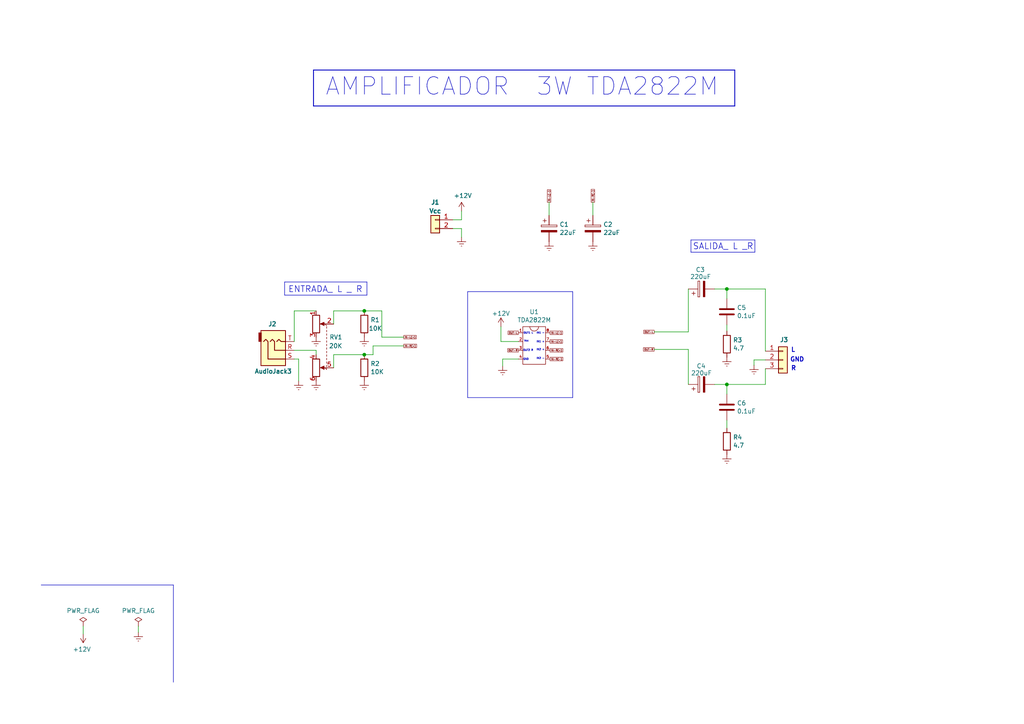
<source format=kicad_sch>
(kicad_sch (version 20230121) (generator eeschema)

  (uuid 9ee496e9-3022-4a35-bef4-2e667d9d0264)

  (paper "A4")

  (title_block
    (title "AMPLIFICADOR_3W_TDA2822")
    (date "2022")
    (rev "V1")
    (company "Gorka Gomendiourrutia")
  )

  (lib_symbols
    (symbol "Amplificador_3W_TDA2822-rescue:AudioJack3_Ground-Connector" (pin_names (offset 1.016)) (in_bom yes) (on_board yes)
      (property "Reference" "J" (at 0 8.89 0)
        (effects (font (size 1.27 1.27)))
      )
      (property "Value" "Connector:AudioJack3_Ground" (at 0 6.35 0)
        (effects (font (size 1.27 1.27)))
      )
      (property "Footprint" "" (at 0 0 0)
        (effects (font (size 1.27 1.27)) hide)
      )
      (property "Datasheet" "" (at 0 0 0)
        (effects (font (size 1.27 1.27)) hide)
      )
      (symbol "AudioJack3_Ground-Connector_0_1"
        (rectangle (start -4.445 -5.08) (end -5.207 -2.54)
          (stroke (width 0) (type solid))
          (fill (type outline))
        )
        (polyline
          (pts
            (xy 0 -2.54)
            (xy 0.635 -3.175)
            (xy 1.27 -2.54)
            (xy 2.54 -2.54)
          )
          (stroke (width 0.254) (type solid))
          (fill (type none))
        )
        (polyline
          (pts
            (xy -1.905 -2.54)
            (xy -1.27 -3.175)
            (xy -0.635 -2.54)
            (xy -0.635 0)
            (xy 2.54 0)
          )
          (stroke (width 0.254) (type solid))
          (fill (type none))
        )
        (polyline
          (pts
            (xy 2.54 2.54)
            (xy -2.54 2.54)
            (xy -2.54 -2.54)
            (xy -3.175 -3.175)
            (xy -3.81 -2.54)
          )
          (stroke (width 0.254) (type solid))
          (fill (type none))
        )
        (rectangle (start 2.54 -5.715) (end -4.572 4.445)
          (stroke (width 0.254) (type solid))
          (fill (type background))
        )
      )
      (symbol "AudioJack3_Ground-Connector_1_1"
        (pin passive line (at 5.08 0 180) (length 2.54)
          (name "~" (effects (font (size 1.27 1.27))))
          (number "R" (effects (font (size 1.27 1.27))))
        )
        (pin passive line (at 5.08 2.54 180) (length 2.54)
          (name "~" (effects (font (size 1.27 1.27))))
          (number "S" (effects (font (size 1.27 1.27))))
        )
        (pin passive line (at 5.08 -2.54 180) (length 2.54)
          (name "~" (effects (font (size 1.27 1.27))))
          (number "T" (effects (font (size 1.27 1.27))))
        )
      )
    )
    (symbol "Amplificador_3W_TDA2822-rescue:CP-Device" (pin_numbers hide) (pin_names (offset 0.254)) (in_bom yes) (on_board yes)
      (property "Reference" "C" (at 0.635 2.54 0)
        (effects (font (size 1.27 1.27)) (justify left))
      )
      (property "Value" "Device:CP" (at 0.635 -2.54 0)
        (effects (font (size 1.27 1.27)) (justify left))
      )
      (property "Footprint" "" (at 0.9652 -3.81 0)
        (effects (font (size 1.27 1.27)) hide)
      )
      (property "Datasheet" "" (at 0 0 0)
        (effects (font (size 1.27 1.27)) hide)
      )
      (property "ki_fp_filters" "CP_*" (at 0 0 0)
        (effects (font (size 1.27 1.27)) hide)
      )
      (symbol "CP-Device_0_1"
        (rectangle (start -2.286 0.508) (end -2.286 1.016)
          (stroke (width 0) (type solid))
          (fill (type none))
        )
        (rectangle (start -2.286 0.508) (end 2.286 0.508)
          (stroke (width 0) (type solid))
          (fill (type none))
        )
        (polyline
          (pts
            (xy -1.778 2.286)
            (xy -0.762 2.286)
          )
          (stroke (width 0) (type solid))
          (fill (type none))
        )
        (polyline
          (pts
            (xy -1.27 2.794)
            (xy -1.27 1.778)
          )
          (stroke (width 0) (type solid))
          (fill (type none))
        )
        (rectangle (start 2.286 -0.508) (end -2.286 -1.016)
          (stroke (width 0) (type solid))
          (fill (type outline))
        )
        (rectangle (start 2.286 1.016) (end -2.286 1.016)
          (stroke (width 0) (type solid))
          (fill (type none))
        )
        (rectangle (start 2.286 1.016) (end 2.286 0.508)
          (stroke (width 0) (type solid))
          (fill (type none))
        )
      )
      (symbol "CP-Device_1_1"
        (pin passive line (at 0 3.81 270) (length 2.794)
          (name "~" (effects (font (size 1.27 1.27))))
          (number "1" (effects (font (size 1.27 1.27))))
        )
        (pin passive line (at 0 -3.81 90) (length 2.794)
          (name "~" (effects (font (size 1.27 1.27))))
          (number "2" (effects (font (size 1.27 1.27))))
        )
      )
    )
    (symbol "Amplificador_3W_TDA2822-rescue:R_POT_Dual-Device" (pin_names (offset 1.016) hide) (in_bom yes) (on_board yes)
      (property "Reference" "RV" (at 0 3.81 0)
        (effects (font (size 1.27 1.27)))
      )
      (property "Value" "Device:R_POT_Dual" (at 0 1.905 0)
        (effects (font (size 1.27 1.27)))
      )
      (property "Footprint" "" (at 6.35 -1.905 0)
        (effects (font (size 1.27 1.27)) hide)
      )
      (property "Datasheet" "" (at 6.35 -1.905 0)
        (effects (font (size 1.27 1.27)) hide)
      )
      (property "ki_fp_filters" "Potentiometer*" (at 0 0 0)
        (effects (font (size 1.27 1.27)) hide)
      )
      (symbol "R_POT_Dual-Device_0_1"
        (rectangle (start -8.89 -1.524) (end -3.81 -3.556)
          (stroke (width 0.254) (type solid))
          (fill (type none))
        )
        (polyline
          (pts
            (xy -6.35 0)
            (xy -6.35 -1.016)
          )
          (stroke (width 0) (type solid))
          (fill (type none))
        )
        (polyline
          (pts
            (xy -6.35 0)
            (xy -6.35 -1.016)
          )
          (stroke (width 0) (type solid))
          (fill (type none))
        )
        (polyline
          (pts
            (xy -6.35 0)
            (xy -5.842 0.508)
          )
          (stroke (width 0) (type solid))
          (fill (type none))
        )
        (polyline
          (pts
            (xy -5.588 0.508)
            (xy -5.08 0.508)
          )
          (stroke (width 0) (type solid))
          (fill (type none))
        )
        (polyline
          (pts
            (xy -4.572 0.508)
            (xy -4.064 0.508)
          )
          (stroke (width 0) (type solid))
          (fill (type none))
        )
        (polyline
          (pts
            (xy -3.556 0.508)
            (xy -3.048 0.508)
          )
          (stroke (width 0) (type solid))
          (fill (type none))
        )
        (polyline
          (pts
            (xy -2.54 0.508)
            (xy -2.032 0.508)
          )
          (stroke (width 0) (type solid))
          (fill (type none))
        )
        (polyline
          (pts
            (xy -1.524 0.508)
            (xy -1.016 0.508)
          )
          (stroke (width 0) (type solid))
          (fill (type none))
        )
        (polyline
          (pts
            (xy -0.508 0.508)
            (xy 0 0.508)
          )
          (stroke (width 0) (type solid))
          (fill (type none))
        )
        (polyline
          (pts
            (xy 0.508 0.508)
            (xy 1.016 0.508)
          )
          (stroke (width 0) (type solid))
          (fill (type none))
        )
        (polyline
          (pts
            (xy 1.524 0.508)
            (xy 2.032 0.508)
          )
          (stroke (width 0) (type solid))
          (fill (type none))
        )
        (polyline
          (pts
            (xy 2.54 0.508)
            (xy 3.048 0.508)
          )
          (stroke (width 0) (type solid))
          (fill (type none))
        )
        (polyline
          (pts
            (xy 3.556 0.508)
            (xy 4.064 0.508)
          )
          (stroke (width 0) (type solid))
          (fill (type none))
        )
        (polyline
          (pts
            (xy 4.572 0.508)
            (xy 5.08 0.508)
          )
          (stroke (width 0) (type solid))
          (fill (type none))
        )
        (polyline
          (pts
            (xy 5.588 0.508)
            (xy 6.096 0.508)
          )
          (stroke (width 0) (type solid))
          (fill (type none))
        )
        (polyline
          (pts
            (xy 6.35 0)
            (xy 6.35 -1.016)
          )
          (stroke (width 0) (type solid))
          (fill (type none))
        )
        (polyline
          (pts
            (xy 6.35 0)
            (xy 6.35 -1.016)
          )
          (stroke (width 0) (type solid))
          (fill (type none))
        )
        (polyline
          (pts
            (xy -6.35 -1.397)
            (xy -6.858 -0.254)
            (xy -5.842 -0.254)
          )
          (stroke (width 0) (type solid))
          (fill (type outline))
        )
        (polyline
          (pts
            (xy -6.35 -1.397)
            (xy -6.858 -0.254)
            (xy -5.842 -0.254)
          )
          (stroke (width 0) (type solid))
          (fill (type outline))
        )
        (polyline
          (pts
            (xy 6.35 -1.397)
            (xy 5.842 -0.254)
            (xy 6.858 -0.254)
          )
          (stroke (width 0) (type solid))
          (fill (type outline))
        )
        (polyline
          (pts
            (xy 6.35 -1.397)
            (xy 5.842 -0.254)
            (xy 6.858 -0.254)
          )
          (stroke (width 0) (type solid))
          (fill (type outline))
        )
        (polyline
          (pts
            (xy 6.604 0.508)
            (xy 6.858 0.508)
            (xy 6.35 0)
          )
          (stroke (width 0) (type solid))
          (fill (type none))
        )
        (rectangle (start 3.81 -1.524) (end 8.89 -3.556)
          (stroke (width 0.254) (type solid))
          (fill (type none))
        )
      )
      (symbol "R_POT_Dual-Device_1_1"
        (pin passive line (at -10.16 -2.54 0) (length 1.27)
          (name "1" (effects (font (size 1.27 1.27))))
          (number "1" (effects (font (size 1.27 1.27))))
        )
        (pin passive line (at -6.35 2.54 270) (length 2.54)
          (name "2" (effects (font (size 1.27 1.27))))
          (number "2" (effects (font (size 1.27 1.27))))
        )
        (pin passive line (at -2.54 -2.54 180) (length 1.27)
          (name "3" (effects (font (size 1.27 1.27))))
          (number "3" (effects (font (size 1.27 1.27))))
        )
        (pin passive line (at 2.54 -2.54 0) (length 1.27)
          (name "4" (effects (font (size 1.27 1.27))))
          (number "4" (effects (font (size 1.27 1.27))))
        )
        (pin passive line (at 6.35 2.54 270) (length 2.54)
          (name "5" (effects (font (size 1.27 1.27))))
          (number "5" (effects (font (size 1.27 1.27))))
        )
        (pin passive line (at 10.16 -2.54 180) (length 1.27)
          (name "6" (effects (font (size 1.27 1.27))))
          (number "6" (effects (font (size 1.27 1.27))))
        )
      )
    )
    (symbol "Amplificador_3W_TDA2822-rescue:TDA2822M-Componentes_GG" (pin_names (offset 1.016)) (in_bom yes) (on_board yes)
      (property "Reference" "U" (at -12.7 1.27 0)
        (effects (font (size 1.27 1.27)))
      )
      (property "Value" "Componentes_GG:TDA2822M" (at -12.7 -1.27 0)
        (effects (font (size 1.27 1.27)))
      )
      (property "Footprint" "" (at -18.288 -3.81 0)
        (effects (font (size 1.27 1.27)) hide)
      )
      (property "Datasheet" "" (at -18.288 -3.81 0)
        (effects (font (size 1.27 1.27)) hide)
      )
      (symbol "TDA2822M-Componentes_GG_0_1"
        (arc (start -18.288 -8.382) (mid -17.0235 -7.112) (end -18.288 -5.842)
          (stroke (width 0) (type solid))
          (fill (type none))
        )
        (polyline
          (pts
            (xy -18.288 -3.81)
            (xy -7.366 -3.81)
            (xy -7.366 -10.414)
            (xy -18.288 -10.414)
            (xy -18.288 -3.81)
          )
          (stroke (width 0) (type solid))
          (fill (type none))
        )
      )
      (symbol "TDA2822M-Componentes_GG_1_1"
        (pin output line (at -16.51 -11.684 90) (length 1.27)
          (name "~" (effects (font (size 1.778 1.778))))
          (number "1" (effects (font (size 0.762 0.762))))
        )
        (pin power_in line (at -13.97 -11.684 90) (length 1.27)
          (name "~" (effects (font (size 1.778 1.778))))
          (number "2" (effects (font (size 0.762 0.762))))
        )
        (pin output line (at -11.43 -11.684 90) (length 1.27)
          (name "~" (effects (font (size 1.778 1.778))))
          (number "3" (effects (font (size 0.762 0.762))))
        )
        (pin power_in line (at -8.89 -11.684 90) (length 1.27)
          (name "~" (effects (font (size 1.778 1.778))))
          (number "4" (effects (font (size 0.762 0.762))))
        )
        (pin input line (at -8.89 -2.54 270) (length 1.27)
          (name "~" (effects (font (size 1.778 1.778))))
          (number "5" (effects (font (size 0.762 0.762))))
        )
        (pin input line (at -11.43 -2.54 270) (length 1.27)
          (name "~" (effects (font (size 1.778 1.778))))
          (number "6" (effects (font (size 0.762 0.762))))
        )
        (pin input line (at -13.97 -2.54 270) (length 1.27)
          (name "~" (effects (font (size 1.778 1.778))))
          (number "7" (effects (font (size 0.762 0.762))))
        )
        (pin input line (at -16.51 -2.54 270) (length 1.27)
          (name "~" (effects (font (size 1.778 1.778))))
          (number "8" (effects (font (size 0.762 0.762))))
        )
      )
    )
    (symbol "Connector_Generic:Conn_01x02" (pin_names (offset 1.016) hide) (in_bom yes) (on_board yes)
      (property "Reference" "J" (at 0 2.54 0)
        (effects (font (size 1.27 1.27)))
      )
      (property "Value" "Conn_01x02" (at 0 -5.08 0)
        (effects (font (size 1.27 1.27)))
      )
      (property "Footprint" "" (at 0 0 0)
        (effects (font (size 1.27 1.27)) hide)
      )
      (property "Datasheet" "~" (at 0 0 0)
        (effects (font (size 1.27 1.27)) hide)
      )
      (property "ki_keywords" "connector" (at 0 0 0)
        (effects (font (size 1.27 1.27)) hide)
      )
      (property "ki_description" "Generic connector, single row, 01x02, script generated (kicad-library-utils/schlib/autogen/connector/)" (at 0 0 0)
        (effects (font (size 1.27 1.27)) hide)
      )
      (property "ki_fp_filters" "Connector*:*_1x??_*" (at 0 0 0)
        (effects (font (size 1.27 1.27)) hide)
      )
      (symbol "Conn_01x02_1_1"
        (rectangle (start -1.27 -2.413) (end 0 -2.667)
          (stroke (width 0.1524) (type default))
          (fill (type none))
        )
        (rectangle (start -1.27 0.127) (end 0 -0.127)
          (stroke (width 0.1524) (type default))
          (fill (type none))
        )
        (rectangle (start -1.27 1.27) (end 1.27 -3.81)
          (stroke (width 0.254) (type default))
          (fill (type background))
        )
        (pin passive line (at -5.08 0 0) (length 3.81)
          (name "Pin_1" (effects (font (size 1.27 1.27))))
          (number "1" (effects (font (size 1.27 1.27))))
        )
        (pin passive line (at -5.08 -2.54 0) (length 3.81)
          (name "Pin_2" (effects (font (size 1.27 1.27))))
          (number "2" (effects (font (size 1.27 1.27))))
        )
      )
    )
    (symbol "Connector_Generic:Conn_01x03" (pin_names (offset 1.016) hide) (in_bom yes) (on_board yes)
      (property "Reference" "J" (at 0 5.08 0)
        (effects (font (size 1.27 1.27)))
      )
      (property "Value" "Conn_01x03" (at 0 -5.08 0)
        (effects (font (size 1.27 1.27)))
      )
      (property "Footprint" "" (at 0 0 0)
        (effects (font (size 1.27 1.27)) hide)
      )
      (property "Datasheet" "~" (at 0 0 0)
        (effects (font (size 1.27 1.27)) hide)
      )
      (property "ki_keywords" "connector" (at 0 0 0)
        (effects (font (size 1.27 1.27)) hide)
      )
      (property "ki_description" "Generic connector, single row, 01x03, script generated (kicad-library-utils/schlib/autogen/connector/)" (at 0 0 0)
        (effects (font (size 1.27 1.27)) hide)
      )
      (property "ki_fp_filters" "Connector*:*_1x??_*" (at 0 0 0)
        (effects (font (size 1.27 1.27)) hide)
      )
      (symbol "Conn_01x03_1_1"
        (rectangle (start -1.27 -2.413) (end 0 -2.667)
          (stroke (width 0.1524) (type default))
          (fill (type none))
        )
        (rectangle (start -1.27 0.127) (end 0 -0.127)
          (stroke (width 0.1524) (type default))
          (fill (type none))
        )
        (rectangle (start -1.27 2.667) (end 0 2.413)
          (stroke (width 0.1524) (type default))
          (fill (type none))
        )
        (rectangle (start -1.27 3.81) (end 1.27 -3.81)
          (stroke (width 0.254) (type default))
          (fill (type background))
        )
        (pin passive line (at -5.08 2.54 0) (length 3.81)
          (name "Pin_1" (effects (font (size 1.27 1.27))))
          (number "1" (effects (font (size 1.27 1.27))))
        )
        (pin passive line (at -5.08 0 0) (length 3.81)
          (name "Pin_2" (effects (font (size 1.27 1.27))))
          (number "2" (effects (font (size 1.27 1.27))))
        )
        (pin passive line (at -5.08 -2.54 0) (length 3.81)
          (name "Pin_3" (effects (font (size 1.27 1.27))))
          (number "3" (effects (font (size 1.27 1.27))))
        )
      )
    )
    (symbol "Device:C" (pin_numbers hide) (pin_names (offset 0.254)) (in_bom yes) (on_board yes)
      (property "Reference" "C" (at 0.635 2.54 0)
        (effects (font (size 1.27 1.27)) (justify left))
      )
      (property "Value" "C" (at 0.635 -2.54 0)
        (effects (font (size 1.27 1.27)) (justify left))
      )
      (property "Footprint" "" (at 0.9652 -3.81 0)
        (effects (font (size 1.27 1.27)) hide)
      )
      (property "Datasheet" "~" (at 0 0 0)
        (effects (font (size 1.27 1.27)) hide)
      )
      (property "ki_keywords" "cap capacitor" (at 0 0 0)
        (effects (font (size 1.27 1.27)) hide)
      )
      (property "ki_description" "Unpolarized capacitor" (at 0 0 0)
        (effects (font (size 1.27 1.27)) hide)
      )
      (property "ki_fp_filters" "C_*" (at 0 0 0)
        (effects (font (size 1.27 1.27)) hide)
      )
      (symbol "C_0_1"
        (polyline
          (pts
            (xy -2.032 -0.762)
            (xy 2.032 -0.762)
          )
          (stroke (width 0.508) (type default))
          (fill (type none))
        )
        (polyline
          (pts
            (xy -2.032 0.762)
            (xy 2.032 0.762)
          )
          (stroke (width 0.508) (type default))
          (fill (type none))
        )
      )
      (symbol "C_1_1"
        (pin passive line (at 0 3.81 270) (length 2.794)
          (name "~" (effects (font (size 1.27 1.27))))
          (number "1" (effects (font (size 1.27 1.27))))
        )
        (pin passive line (at 0 -3.81 90) (length 2.794)
          (name "~" (effects (font (size 1.27 1.27))))
          (number "2" (effects (font (size 1.27 1.27))))
        )
      )
    )
    (symbol "Device:R" (pin_numbers hide) (pin_names (offset 0)) (in_bom yes) (on_board yes)
      (property "Reference" "R" (at 2.032 0 90)
        (effects (font (size 1.27 1.27)))
      )
      (property "Value" "R" (at 0 0 90)
        (effects (font (size 1.27 1.27)))
      )
      (property "Footprint" "" (at -1.778 0 90)
        (effects (font (size 1.27 1.27)) hide)
      )
      (property "Datasheet" "~" (at 0 0 0)
        (effects (font (size 1.27 1.27)) hide)
      )
      (property "ki_keywords" "R res resistor" (at 0 0 0)
        (effects (font (size 1.27 1.27)) hide)
      )
      (property "ki_description" "Resistor" (at 0 0 0)
        (effects (font (size 1.27 1.27)) hide)
      )
      (property "ki_fp_filters" "R_*" (at 0 0 0)
        (effects (font (size 1.27 1.27)) hide)
      )
      (symbol "R_0_1"
        (rectangle (start -1.016 -2.54) (end 1.016 2.54)
          (stroke (width 0.254) (type default))
          (fill (type none))
        )
      )
      (symbol "R_1_1"
        (pin passive line (at 0 3.81 270) (length 1.27)
          (name "~" (effects (font (size 1.27 1.27))))
          (number "1" (effects (font (size 1.27 1.27))))
        )
        (pin passive line (at 0 -3.81 90) (length 1.27)
          (name "~" (effects (font (size 1.27 1.27))))
          (number "2" (effects (font (size 1.27 1.27))))
        )
      )
    )
    (symbol "power:+12V" (power) (pin_names (offset 0)) (in_bom yes) (on_board yes)
      (property "Reference" "#PWR" (at 0 -3.81 0)
        (effects (font (size 1.27 1.27)) hide)
      )
      (property "Value" "+12V" (at 0 3.556 0)
        (effects (font (size 1.27 1.27)))
      )
      (property "Footprint" "" (at 0 0 0)
        (effects (font (size 1.27 1.27)) hide)
      )
      (property "Datasheet" "" (at 0 0 0)
        (effects (font (size 1.27 1.27)) hide)
      )
      (property "ki_keywords" "global power" (at 0 0 0)
        (effects (font (size 1.27 1.27)) hide)
      )
      (property "ki_description" "Power symbol creates a global label with name \"+12V\"" (at 0 0 0)
        (effects (font (size 1.27 1.27)) hide)
      )
      (symbol "+12V_0_1"
        (polyline
          (pts
            (xy -0.762 1.27)
            (xy 0 2.54)
          )
          (stroke (width 0) (type default))
          (fill (type none))
        )
        (polyline
          (pts
            (xy 0 0)
            (xy 0 2.54)
          )
          (stroke (width 0) (type default))
          (fill (type none))
        )
        (polyline
          (pts
            (xy 0 2.54)
            (xy 0.762 1.27)
          )
          (stroke (width 0) (type default))
          (fill (type none))
        )
      )
      (symbol "+12V_1_1"
        (pin power_in line (at 0 0 90) (length 0) hide
          (name "+12V" (effects (font (size 1.27 1.27))))
          (number "1" (effects (font (size 1.27 1.27))))
        )
      )
    )
    (symbol "power:Earth" (power) (pin_names (offset 0)) (in_bom yes) (on_board yes)
      (property "Reference" "#PWR" (at 0 -6.35 0)
        (effects (font (size 1.27 1.27)) hide)
      )
      (property "Value" "Earth" (at 0 -3.81 0)
        (effects (font (size 1.27 1.27)) hide)
      )
      (property "Footprint" "" (at 0 0 0)
        (effects (font (size 1.27 1.27)) hide)
      )
      (property "Datasheet" "~" (at 0 0 0)
        (effects (font (size 1.27 1.27)) hide)
      )
      (property "ki_keywords" "global ground gnd" (at 0 0 0)
        (effects (font (size 1.27 1.27)) hide)
      )
      (property "ki_description" "Power symbol creates a global label with name \"Earth\"" (at 0 0 0)
        (effects (font (size 1.27 1.27)) hide)
      )
      (symbol "Earth_0_1"
        (polyline
          (pts
            (xy -0.635 -1.905)
            (xy 0.635 -1.905)
          )
          (stroke (width 0) (type default))
          (fill (type none))
        )
        (polyline
          (pts
            (xy -0.127 -2.54)
            (xy 0.127 -2.54)
          )
          (stroke (width 0) (type default))
          (fill (type none))
        )
        (polyline
          (pts
            (xy 0 -1.27)
            (xy 0 0)
          )
          (stroke (width 0) (type default))
          (fill (type none))
        )
        (polyline
          (pts
            (xy 1.27 -1.27)
            (xy -1.27 -1.27)
          )
          (stroke (width 0) (type default))
          (fill (type none))
        )
      )
      (symbol "Earth_1_1"
        (pin power_in line (at 0 0 270) (length 0) hide
          (name "Earth" (effects (font (size 1.27 1.27))))
          (number "1" (effects (font (size 1.27 1.27))))
        )
      )
    )
    (symbol "power:PWR_FLAG" (power) (pin_numbers hide) (pin_names (offset 0) hide) (in_bom yes) (on_board yes)
      (property "Reference" "#FLG" (at 0 1.905 0)
        (effects (font (size 1.27 1.27)) hide)
      )
      (property "Value" "PWR_FLAG" (at 0 3.81 0)
        (effects (font (size 1.27 1.27)))
      )
      (property "Footprint" "" (at 0 0 0)
        (effects (font (size 1.27 1.27)) hide)
      )
      (property "Datasheet" "~" (at 0 0 0)
        (effects (font (size 1.27 1.27)) hide)
      )
      (property "ki_keywords" "flag power" (at 0 0 0)
        (effects (font (size 1.27 1.27)) hide)
      )
      (property "ki_description" "Special symbol for telling ERC where power comes from" (at 0 0 0)
        (effects (font (size 1.27 1.27)) hide)
      )
      (symbol "PWR_FLAG_0_0"
        (pin power_out line (at 0 0 90) (length 0)
          (name "pwr" (effects (font (size 1.27 1.27))))
          (number "1" (effects (font (size 1.27 1.27))))
        )
      )
      (symbol "PWR_FLAG_0_1"
        (polyline
          (pts
            (xy 0 0)
            (xy 0 1.27)
            (xy -1.016 1.905)
            (xy 0 2.54)
            (xy 1.016 1.905)
            (xy 0 1.27)
          )
          (stroke (width 0) (type default))
          (fill (type none))
        )
      )
    )
  )

  (junction (at 105.664 102.87) (diameter 0) (color 0 0 0 0)
    (uuid 08ea6906-9e68-4ac9-937d-86576168624f)
  )
  (junction (at 210.82 111.506) (diameter 0) (color 0 0 0 0)
    (uuid 6336ab6c-15aa-48d1-b51a-82c82613a51d)
  )
  (junction (at 105.664 90.17) (diameter 0) (color 0 0 0 0)
    (uuid 7e6ba8b8-cc46-4cae-8510-9a4d1c498c70)
  )
  (junction (at 210.82 83.82) (diameter 0) (color 0 0 0 0)
    (uuid e432e2ff-e33a-4b14-bced-04b3fd62085b)
  )

  (wire (pts (xy 171.958 62.484) (xy 171.958 58.674))
    (stroke (width 0) (type default))
    (uuid 032872f7-013f-40bf-99e7-8c3b20f16335)
  )
  (polyline (pts (xy 50.292 169.672) (xy 50.292 197.866))
    (stroke (width 0) (type default))
    (uuid 05f4ad43-5b72-42e9-ae7e-51a4437cd566)
  )

  (wire (pts (xy 131.318 63.754) (xy 133.858 63.754))
    (stroke (width 0) (type default))
    (uuid 0a2ee0b8-dbb1-4947-b25b-d1ec2401ebd3)
  )
  (polyline (pts (xy 213.106 20.32) (xy 90.932 20.32))
    (stroke (width 0.254) (type solid))
    (uuid 0d79e37e-e885-4ffb-9391-3131150e7507)
  )
  (polyline (pts (xy 90.932 30.734) (xy 213.106 30.734))
    (stroke (width 0.254) (type solid))
    (uuid 193c90e2-d713-4d31-ac73-bc628148498a)
  )

  (wire (pts (xy 105.664 90.17) (xy 110.744 90.17))
    (stroke (width 0) (type default))
    (uuid 1a88b334-d184-41d6-adb8-c66d43154da7)
  )
  (polyline (pts (xy 218.948 69.596) (xy 218.948 73.152))
    (stroke (width 0) (type default))
    (uuid 3252715c-be2e-4f2e-8ba8-455cedccf9fb)
  )

  (wire (pts (xy 210.82 94.234) (xy 210.82 96.012))
    (stroke (width 0) (type default))
    (uuid 32d78cd8-bf7d-44a0-afd7-764a41bea977)
  )
  (polyline (pts (xy 106.426 85.598) (xy 82.55 85.598))
    (stroke (width 0) (type default))
    (uuid 3441db48-a6b7-4fa9-85d4-746f3f8f3a4d)
  )

  (wire (pts (xy 110.744 90.17) (xy 110.744 97.79))
    (stroke (width 0) (type default))
    (uuid 406f1dca-5607-4ee9-b84d-fc7236c475b1)
  )
  (wire (pts (xy 210.82 83.82) (xy 210.82 86.614))
    (stroke (width 0) (type default))
    (uuid 40afa88b-4fe5-4b1e-90d2-72af16c3ef39)
  )
  (wire (pts (xy 189.738 101.346) (xy 199.644 101.346))
    (stroke (width 0) (type default))
    (uuid 4fd254e8-9f43-4510-ba8f-98b4b11b5622)
  )
  (wire (pts (xy 96.774 102.87) (xy 105.664 102.87))
    (stroke (width 0) (type default))
    (uuid 532befa8-50af-45fa-bd3f-8fd73eb978cd)
  )
  (wire (pts (xy 221.996 111.506) (xy 221.996 106.934))
    (stroke (width 0) (type default))
    (uuid 5827007c-707e-47af-9e62-00289d861227)
  )
  (wire (pts (xy 199.644 101.346) (xy 199.644 111.506))
    (stroke (width 0) (type default))
    (uuid 5830765d-1016-41e0-a639-3d52091f0691)
  )
  (wire (pts (xy 210.82 111.506) (xy 221.996 111.506))
    (stroke (width 0) (type default))
    (uuid 5f84ae2e-3ee5-4ef9-980b-5dc80fd75246)
  )
  (wire (pts (xy 207.264 111.506) (xy 210.82 111.506))
    (stroke (width 0) (type default))
    (uuid 606c224d-0446-4cdd-bef3-531e72ab29f1)
  )
  (wire (pts (xy 207.264 83.82) (xy 210.82 83.82))
    (stroke (width 0) (type default))
    (uuid 6186440e-1f53-4ee1-9963-af62881a4c34)
  )
  (wire (pts (xy 199.644 96.266) (xy 199.644 83.82))
    (stroke (width 0) (type default))
    (uuid 63b98085-e843-4a12-9a6d-3a05e5975f12)
  )
  (wire (pts (xy 133.858 66.294) (xy 133.858 68.834))
    (stroke (width 0) (type default))
    (uuid 69f1e1e5-3f03-4088-a783-e95783f5d57e)
  )
  (wire (pts (xy 108.204 100.33) (xy 117.094 100.33))
    (stroke (width 0) (type default))
    (uuid 6a20627c-e486-4961-b890-a3357281c343)
  )
  (wire (pts (xy 189.738 96.266) (xy 199.644 96.266))
    (stroke (width 0) (type default))
    (uuid 6f6c9d37-0925-4639-830b-e24fb93babc9)
  )
  (wire (pts (xy 85.344 101.6) (xy 91.694 101.6))
    (stroke (width 0) (type default))
    (uuid 7bd4c9e8-91c5-4f33-a8b4-e8d3611dddb7)
  )
  (wire (pts (xy 145.796 104.14) (xy 150.368 104.14))
    (stroke (width 0) (type default))
    (uuid 7d03ecda-11bd-4159-bbd3-55d41108e636)
  )
  (polyline (pts (xy 200.406 73.152) (xy 200.406 69.596))
    (stroke (width 0) (type default))
    (uuid 80a38b6f-2d62-4f79-961c-a982ad56b6a5)
  )

  (wire (pts (xy 210.82 83.82) (xy 221.996 83.82))
    (stroke (width 0) (type default))
    (uuid 81ccca5d-e6c4-4f5f-82e2-72e439ce7724)
  )
  (wire (pts (xy 221.996 83.82) (xy 221.996 101.854))
    (stroke (width 0) (type default))
    (uuid 8d320199-5c71-4762-8bb4-81e5a7c1182b)
  )
  (wire (pts (xy 108.204 102.87) (xy 108.204 100.33))
    (stroke (width 0) (type default))
    (uuid 8f79362e-ce01-4aad-8771-0bfe9f5860c4)
  )
  (wire (pts (xy 145.288 99.06) (xy 150.368 99.06))
    (stroke (width 0) (type default))
    (uuid 96f8d0dc-269f-489b-a39a-1a424d777f58)
  )
  (wire (pts (xy 91.694 101.6) (xy 91.694 102.87))
    (stroke (width 0) (type default))
    (uuid 974f1b1c-3091-45f9-89d1-6f67a8ebc3cf)
  )
  (wire (pts (xy 221.996 104.394) (xy 218.694 104.394))
    (stroke (width 0) (type default))
    (uuid 9792474e-f329-4518-bbcd-25223a65ae93)
  )
  (wire (pts (xy 210.82 121.92) (xy 210.82 124.206))
    (stroke (width 0) (type default))
    (uuid 9b1a1d6b-5b3a-42fc-b9a4-6f13a7975b18)
  )
  (wire (pts (xy 145.288 94.742) (xy 145.288 99.06))
    (stroke (width 0) (type default))
    (uuid 9df1e908-3c7f-472d-95e1-428d7e01ca87)
  )
  (wire (pts (xy 96.774 90.17) (xy 105.664 90.17))
    (stroke (width 0) (type default))
    (uuid 9edace1b-1b0a-4781-9381-434fe49c7c99)
  )
  (wire (pts (xy 210.82 111.506) (xy 210.82 114.3))
    (stroke (width 0) (type default))
    (uuid 9fe39512-a000-41d6-b202-3915d59f474f)
  )
  (polyline (pts (xy 11.938 169.672) (xy 50.292 169.672))
    (stroke (width 0) (type default))
    (uuid a823e213-9be2-4612-a2aa-280892c9a1eb)
  )
  (polyline (pts (xy 135.636 115.316) (xy 166.116 115.316))
    (stroke (width 0) (type default))
    (uuid a9d0a13a-b6a2-4b74-83c3-e2a4329febfe)
  )

  (wire (pts (xy 110.744 97.79) (xy 117.094 97.79))
    (stroke (width 0) (type default))
    (uuid ab4ce0f3-0570-49f4-8075-69804e07218d)
  )
  (wire (pts (xy 40.132 181.61) (xy 40.132 183.388))
    (stroke (width 0) (type default))
    (uuid b19bd555-2031-4130-b933-71cf4ac045cc)
  )
  (polyline (pts (xy 166.116 115.316) (xy 166.116 84.582))
    (stroke (width 0) (type default))
    (uuid b2d8a676-1127-4b8f-888d-ac2e81824235)
  )

  (wire (pts (xy 24.13 181.61) (xy 24.13 183.896))
    (stroke (width 0) (type default))
    (uuid b407cae7-a228-474f-bf8e-a795e66ec6a8)
  )
  (wire (pts (xy 85.344 104.14) (xy 86.614 104.14))
    (stroke (width 0) (type default))
    (uuid b6243b36-73cd-428b-a051-cb3f10dcab02)
  )
  (polyline (pts (xy 90.932 20.32) (xy 90.932 30.734))
    (stroke (width 0.254) (type solid))
    (uuid b6602c75-7092-47b5-9d32-757e9c27665e)
  )

  (wire (pts (xy 131.318 66.294) (xy 133.858 66.294))
    (stroke (width 0) (type default))
    (uuid b8b56729-054c-432b-8e55-ab7d5e35fd04)
  )
  (wire (pts (xy 85.344 99.06) (xy 85.344 90.17))
    (stroke (width 0) (type default))
    (uuid c6321e05-2042-42e5-8490-2d8c40abacaa)
  )
  (wire (pts (xy 86.614 104.14) (xy 86.614 110.49))
    (stroke (width 0) (type default))
    (uuid c76b2d65-5647-42d8-8608-85224558e328)
  )
  (polyline (pts (xy 82.55 81.788) (xy 106.426 81.788))
    (stroke (width 0) (type default))
    (uuid cbf2b3e5-bef2-4a0a-856e-bfa9069526eb)
  )

  (wire (pts (xy 85.344 90.17) (xy 91.694 90.17))
    (stroke (width 0) (type default))
    (uuid ccb7d913-8bc5-48b6-944e-ac88a26a29df)
  )
  (polyline (pts (xy 135.636 115.316) (xy 135.636 84.582))
    (stroke (width 0) (type default))
    (uuid dff98c44-4a54-46dd-a8e6-e94a87beebce)
  )

  (wire (pts (xy 96.774 106.68) (xy 96.774 102.87))
    (stroke (width 0) (type default))
    (uuid e43ca334-9865-4057-9418-09dbcdb81a54)
  )
  (polyline (pts (xy 218.948 73.152) (xy 200.406 73.152))
    (stroke (width 0) (type default))
    (uuid e9f3cfcd-6a83-425d-ae94-0724c5e9469c)
  )

  (wire (pts (xy 145.796 106.172) (xy 145.796 104.14))
    (stroke (width 0) (type default))
    (uuid ec4bc628-0eb1-4071-a2d5-5faf843c1ad1)
  )
  (polyline (pts (xy 166.116 84.582) (xy 135.636 84.582))
    (stroke (width 0) (type default))
    (uuid eccf675a-9c67-4fc0-a972-0b5194b9ec6c)
  )

  (wire (pts (xy 96.774 93.98) (xy 96.774 90.17))
    (stroke (width 0) (type default))
    (uuid f24843fc-1954-4203-a58a-6b426e731e7d)
  )
  (wire (pts (xy 159.258 62.484) (xy 159.258 58.674))
    (stroke (width 0) (type default))
    (uuid f4e0f786-17d2-4ac4-91d5-10b9d0759291)
  )
  (polyline (pts (xy 82.55 85.598) (xy 82.55 81.788))
    (stroke (width 0) (type default))
    (uuid f78a9ba1-1f17-458c-bfbc-ba614e07b754)
  )
  (polyline (pts (xy 106.426 81.788) (xy 106.426 85.598))
    (stroke (width 0) (type default))
    (uuid f81aeef2-c8a9-4add-85e5-c0ab832d2a68)
  )

  (wire (pts (xy 105.664 102.87) (xy 108.204 102.87))
    (stroke (width 0) (type default))
    (uuid f8a938c5-d0bd-4b5a-8145-106bccc6e8c9)
  )
  (wire (pts (xy 133.858 63.754) (xy 133.858 61.214))
    (stroke (width 0) (type default))
    (uuid fa59cc06-3ac9-464c-9065-0c7319c72475)
  )
  (polyline (pts (xy 213.106 30.734) (xy 213.106 20.32))
    (stroke (width 0.254) (type solid))
    (uuid fb916cd6-a853-4e2b-9e2a-a9ba748e179c)
  )

  (wire (pts (xy 218.694 104.394) (xy 218.694 105.918))
    (stroke (width 0) (type default))
    (uuid fc52a8bf-f9b0-4a55-9855-ccafd31b9506)
  )
  (polyline (pts (xy 200.406 69.596) (xy 218.948 69.596))
    (stroke (width 0) (type default))
    (uuid fe36c9d9-7ee9-4e4c-984b-a7f8b917190a)
  )

  (text "OUT1 L" (at 154.686 97.028 0)
    (effects (font (size 0.508 0.508)) (justify right bottom))
    (uuid 0a7a17dc-ed36-48c9-b761-ded638a194e4)
  )
  (text "IN1 -" (at 157.988 97.028 0)
    (effects (font (size 0.508 0.508)) (justify right bottom))
    (uuid 211bb5bb-d9b9-4078-81ee-1a90be6108e6)
  )
  (text "Vcc\n" (at 153.416 99.314 0)
    (effects (font (size 0.508 0.508)) (justify right bottom))
    (uuid 284ed0a8-7d62-479b-ad37-aca3a0865909)
  )
  (text "GND" (at 153.416 104.648 0)
    (effects (font (size 0.508 0.508)) (justify right bottom))
    (uuid 54e1bd09-162d-43aa-80c0-4ba67a8dab4f)
  )
  (text "ENTRADA_ L _ R" (at 83.566 85.09 0)
    (effects (font (size 1.778 1.778)) (justify left bottom))
    (uuid 775de2e4-a63e-4896-90fe-b19e2771ed13)
  )
  (text "IN2 -" (at 157.988 104.394 0)
    (effects (font (size 0.508 0.508)) (justify right bottom))
    (uuid 82eccc1a-2b42-4809-b5bd-d2f20d7e1ff4)
  )
  (text "AMPLIFICADOR  3W TDA2822M" (at 94.234 28.194 0)
    (effects (font (size 5.08 5.08)) (justify left bottom))
    (uuid 8967b78f-834f-4997-b557-5dc9a82e7609)
  )
  (text "R" (at 229.362 107.696 0)
    (effects (font (size 1.27 1.27) (thickness 0.254) bold) (justify left bottom))
    (uuid 94dd135d-94ec-4cff-8599-d12e344eebd2)
  )
  (text "SALIDA_ L _R" (at 200.914 72.644 0)
    (effects (font (size 1.778 1.778)) (justify left bottom))
    (uuid aea468e6-9f13-48dd-917b-43204a54d50a)
  )
  (text "L" (at 229.362 102.362 0)
    (effects (font (size 1.27 1.27) (thickness 0.254) bold) (justify left bottom))
    (uuid b0b6c91c-fe00-4b35-aa19-bf1c9ac6ecf5)
  )
  (text "IN2 +" (at 157.988 101.854 0)
    (effects (font (size 0.508 0.508)) (justify right bottom))
    (uuid d3d98b9d-ed31-4712-8907-3ffb79d946ea)
  )
  (text "OUT2 R\n\n" (at 154.686 102.87 0)
    (effects (font (size 0.508 0.508)) (justify right bottom))
    (uuid d5e1d14f-d92b-452b-bc63-901e19d354b5)
  )
  (text "IN1 +" (at 157.988 99.568 0)
    (effects (font (size 0.508 0.508)) (justify right bottom))
    (uuid f7d4b810-944a-4548-a112-79c9b589cbad)
  )
  (text "GND" (at 229.108 105.156 0)
    (effects (font (size 1.27 1.27) (thickness 0.254) bold) (justify left bottom))
    (uuid fd5b403c-cb86-4f3f-9389-7e900b57b5ba)
  )

  (global_label "IN-L(-)" (shape passive) (at 159.512 96.52 0)
    (effects (font (size 0.508 0.508)) (justify left))
    (uuid 08ef664d-083c-41ac-9eeb-05aaa6d9af47)
    (property "Intersheetrefs" "${INTERSHEET_REFS}" (at 159.512 96.52 0)
      (effects (font (size 1.27 1.27)) hide)
    )
  )
  (global_label "OUT-L" (shape passive) (at 150.368 96.52 180)
    (effects (font (size 0.508 0.508)) (justify right))
    (uuid 162a6e9e-d2b0-47ce-bb8a-dcc9606ab3d1)
    (property "Intersheetrefs" "${INTERSHEET_REFS}" (at 150.368 96.52 0)
      (effects (font (size 1.27 1.27)) hide)
    )
  )
  (global_label "IN-R(+)" (shape passive) (at 117.094 100.33 0)
    (effects (font (size 0.508 0.508)) (justify left))
    (uuid 2f7df6d2-1ac9-4934-86e0-1ad98a352264)
    (property "Intersheetrefs" "${INTERSHEET_REFS}" (at 117.094 100.33 0)
      (effects (font (size 1.27 1.27)) hide)
    )
  )
  (global_label "OUT-R" (shape passive) (at 189.738 101.346 180)
    (effects (font (size 0.508 0.508)) (justify right))
    (uuid 30cf7760-5471-4f05-834d-21b35e931e60)
    (property "Intersheetrefs" "${INTERSHEET_REFS}" (at 189.738 101.346 0)
      (effects (font (size 1.27 1.27)) hide)
    )
  )
  (global_label "IN-L(+)" (shape passive) (at 117.094 97.79 0)
    (effects (font (size 0.508 0.508)) (justify left))
    (uuid 598b71fb-02fe-49fb-9132-6528fe4926d3)
    (property "Intersheetrefs" "${INTERSHEET_REFS}" (at 117.094 97.79 0)
      (effects (font (size 1.27 1.27)) hide)
    )
  )
  (global_label "IN-R(-)" (shape passive) (at 159.512 104.14 0)
    (effects (font (size 0.508 0.508)) (justify left))
    (uuid 60e53b6a-b70b-4424-9319-0ac86cc1620b)
    (property "Intersheetrefs" "${INTERSHEET_REFS}" (at 159.512 104.14 0)
      (effects (font (size 1.27 1.27)) hide)
    )
  )
  (global_label "OUT-R" (shape passive) (at 150.368 101.6 180)
    (effects (font (size 0.508 0.508)) (justify right))
    (uuid 84376126-982b-4991-9fa7-84af12a26bb2)
    (property "Intersheetrefs" "${INTERSHEET_REFS}" (at 150.368 101.6 0)
      (effects (font (size 1.27 1.27)) hide)
    )
  )
  (global_label "IN-R(+)" (shape passive) (at 159.512 101.6 0)
    (effects (font (size 0.508 0.508)) (justify left))
    (uuid a63cdcd1-2c2a-4bfb-b1e0-533971786dfb)
    (property "Intersheetrefs" "${INTERSHEET_REFS}" (at 159.512 101.6 0)
      (effects (font (size 1.27 1.27)) hide)
    )
  )
  (global_label "IN-R(-)" (shape passive) (at 171.958 58.674 90)
    (effects (font (size 0.508 0.508)) (justify left))
    (uuid b1e4cd4c-08b8-4bc9-8e42-f22665b86abd)
    (property "Intersheetrefs" "${INTERSHEET_REFS}" (at 171.958 58.674 0)
      (effects (font (size 1.27 1.27)) hide)
    )
  )
  (global_label "OUT-L" (shape passive) (at 189.738 96.266 180)
    (effects (font (size 0.508 0.508)) (justify right))
    (uuid d269ebe1-f5fd-40e9-8ed0-63e6bdff2929)
    (property "Intersheetrefs" "${INTERSHEET_REFS}" (at 189.738 96.266 0)
      (effects (font (size 1.27 1.27)) hide)
    )
  )
  (global_label "IN-L(-)" (shape passive) (at 159.258 58.674 90)
    (effects (font (size 0.508 0.508)) (justify left))
    (uuid e3fc936e-5164-4ded-a87a-cfc095afd46a)
    (property "Intersheetrefs" "${INTERSHEET_REFS}" (at 159.258 58.674 0)
      (effects (font (size 1.27 1.27)) hide)
    )
  )
  (global_label "IN-L(+)" (shape passive) (at 159.512 99.06 0)
    (effects (font (size 0.508 0.508)) (justify left))
    (uuid fc6b298e-8b71-4b50-98df-ddf1d815f8b4)
    (property "Intersheetrefs" "${INTERSHEET_REFS}" (at 159.512 99.06 0)
      (effects (font (size 1.27 1.27)) hide)
    )
  )

  (symbol (lib_id "Amplificador_3W_TDA2822-rescue:R_POT_Dual-Device") (at 94.234 100.33 270) (unit 1)
    (in_bom yes) (on_board yes) (dnp no)
    (uuid 00000000-0000-0000-0000-00005bbf21a5)
    (property "Reference" "RV1" (at 99.314 97.79 90)
      (effects (font (size 1.27 1.27)) (justify right))
    )
    (property "Value" "20K" (at 99.314 100.33 90)
      (effects (font (size 1.27 1.27)) (justify right))
    )
    (property "Footprint" "AA_Librerias_KiCad_Footprints:Potenciometro_dual_10mm_P5mm" (at 92.329 106.68 0)
      (effects (font (size 1.27 1.27)) hide)
    )
    (property "Datasheet" "~" (at 92.329 106.68 0)
      (effects (font (size 1.27 1.27)) hide)
    )
    (pin "3" (uuid 05ce61c9-d94e-488f-9486-8fcb6c380b50))
    (pin "2" (uuid 2ba5a9f0-2de0-4dab-8fce-ae4c658c954e))
    (pin "6" (uuid 577acffa-308e-4b33-a21c-9ea35c6032f9))
    (pin "4" (uuid abea71aa-3a22-49bd-afb8-145506b6b276))
    (pin "5" (uuid 2e1cc68e-c07c-48ac-9013-5c17d0efd150))
    (pin "1" (uuid de0dfaed-1fff-46d5-92a8-f54730845a42))
    (instances
      (project "Amplificador_3W_TDA2822"
        (path "/9ee496e9-3022-4a35-bef4-2e667d9d0264"
          (reference "RV1") (unit 1)
        )
      )
    )
  )

  (symbol (lib_id "Device:R") (at 105.664 93.98 0) (unit 1)
    (in_bom yes) (on_board yes) (dnp no)
    (uuid 00000000-0000-0000-0000-00005bbf22d8)
    (property "Reference" "R1" (at 107.442 92.7862 0)
      (effects (font (size 1.27 1.27)) (justify left))
    )
    (property "Value" "10K" (at 106.934 95.25 0)
      (effects (font (size 1.27 1.27)) (justify left))
    )
    (property "Footprint" "Resistors_THT:R_Axial_DIN0204_L3.6mm_D1.6mm_P5.08mm_Horizontal" (at 103.886 93.98 90)
      (effects (font (size 1.27 1.27)) hide)
    )
    (property "Datasheet" "~" (at 105.664 93.98 0)
      (effects (font (size 1.27 1.27)) hide)
    )
    (pin "1" (uuid 57701213-7866-44df-a838-29c5eaafceb4))
    (pin "2" (uuid 188aa6a9-3ea6-4635-b284-fd4fe3bca721))
    (instances
      (project "Amplificador_3W_TDA2822"
        (path "/9ee496e9-3022-4a35-bef4-2e667d9d0264"
          (reference "R1") (unit 1)
        )
      )
    )
  )

  (symbol (lib_id "Device:R") (at 105.664 106.68 0) (unit 1)
    (in_bom yes) (on_board yes) (dnp no)
    (uuid 00000000-0000-0000-0000-00005bbf237e)
    (property "Reference" "R2" (at 107.442 105.4862 0)
      (effects (font (size 1.27 1.27)) (justify left))
    )
    (property "Value" "10K" (at 107.442 107.8484 0)
      (effects (font (size 1.27 1.27)) (justify left))
    )
    (property "Footprint" "Resistors_THT:R_Axial_DIN0204_L3.6mm_D1.6mm_P5.08mm_Horizontal" (at 103.886 106.68 90)
      (effects (font (size 1.27 1.27)) hide)
    )
    (property "Datasheet" "~" (at 105.664 106.68 0)
      (effects (font (size 1.27 1.27)) hide)
    )
    (pin "1" (uuid 3111e816-a6eb-4f4e-b67b-0096abab63d2))
    (pin "2" (uuid 4ab290ca-e248-448b-87a7-b5e1de75e0dd))
    (instances
      (project "Amplificador_3W_TDA2822"
        (path "/9ee496e9-3022-4a35-bef4-2e667d9d0264"
          (reference "R2") (unit 1)
        )
      )
    )
  )

  (symbol (lib_id "Device:R") (at 210.82 99.822 0) (unit 1)
    (in_bom yes) (on_board yes) (dnp no)
    (uuid 00000000-0000-0000-0000-00005bbf23da)
    (property "Reference" "R3" (at 212.598 98.6282 0)
      (effects (font (size 1.27 1.27)) (justify left))
    )
    (property "Value" "4.7" (at 212.598 100.9904 0)
      (effects (font (size 1.27 1.27)) (justify left))
    )
    (property "Footprint" "Resistors_THT:R_Axial_DIN0309_L9.0mm_D3.2mm_P12.70mm_Horizontal" (at 209.042 99.822 90)
      (effects (font (size 1.27 1.27)) hide)
    )
    (property "Datasheet" "~" (at 210.82 99.822 0)
      (effects (font (size 1.27 1.27)) hide)
    )
    (pin "2" (uuid d685cdee-976b-4f1c-8d59-a73a4cb7334a))
    (pin "1" (uuid 0a83e251-2056-49ba-9faa-bea1e332dd7f))
    (instances
      (project "Amplificador_3W_TDA2822"
        (path "/9ee496e9-3022-4a35-bef4-2e667d9d0264"
          (reference "R3") (unit 1)
        )
      )
    )
  )

  (symbol (lib_id "Device:R") (at 210.82 128.016 0) (unit 1)
    (in_bom yes) (on_board yes) (dnp no)
    (uuid 00000000-0000-0000-0000-00005bbf2426)
    (property "Reference" "R4" (at 212.598 126.8222 0)
      (effects (font (size 1.27 1.27)) (justify left))
    )
    (property "Value" "4.7" (at 212.598 129.1844 0)
      (effects (font (size 1.27 1.27)) (justify left))
    )
    (property "Footprint" "Resistors_THT:R_Axial_DIN0309_L9.0mm_D3.2mm_P12.70mm_Horizontal" (at 209.042 128.016 90)
      (effects (font (size 1.27 1.27)) hide)
    )
    (property "Datasheet" "~" (at 210.82 128.016 0)
      (effects (font (size 1.27 1.27)) hide)
    )
    (pin "1" (uuid 42b38701-ccbb-4f99-b4c4-66e034c16aa2))
    (pin "2" (uuid 29319d08-3174-47de-a7b6-7f7a0e1f5090))
    (instances
      (project "Amplificador_3W_TDA2822"
        (path "/9ee496e9-3022-4a35-bef4-2e667d9d0264"
          (reference "R4") (unit 1)
        )
      )
    )
  )

  (symbol (lib_id "Amplificador_3W_TDA2822-rescue:CP-Device") (at 159.258 66.294 0) (unit 1)
    (in_bom yes) (on_board yes) (dnp no)
    (uuid 00000000-0000-0000-0000-00005bbf24c5)
    (property "Reference" "C1" (at 162.2806 65.1002 0)
      (effects (font (size 1.27 1.27)) (justify left))
    )
    (property "Value" "22uF" (at 162.2806 67.4624 0)
      (effects (font (size 1.27 1.27)) (justify left))
    )
    (property "Footprint" "Capacitors_THT:CP_Radial_D6.3mm_P2.50mm" (at 160.2232 70.104 0)
      (effects (font (size 1.27 1.27)) hide)
    )
    (property "Datasheet" "~" (at 159.258 66.294 0)
      (effects (font (size 1.27 1.27)) hide)
    )
    (pin "1" (uuid f12fc6c3-a12f-4124-81ce-7415660fec11))
    (pin "2" (uuid ea5b344d-5749-450a-aeba-91f5e0f57813))
    (instances
      (project "Amplificador_3W_TDA2822"
        (path "/9ee496e9-3022-4a35-bef4-2e667d9d0264"
          (reference "C1") (unit 1)
        )
      )
    )
  )

  (symbol (lib_id "Amplificador_3W_TDA2822-rescue:CP-Device") (at 171.958 66.294 0) (unit 1)
    (in_bom yes) (on_board yes) (dnp no)
    (uuid 00000000-0000-0000-0000-00005bbf2535)
    (property "Reference" "C2" (at 174.9806 65.1002 0)
      (effects (font (size 1.27 1.27)) (justify left))
    )
    (property "Value" "22uF" (at 174.9806 67.4624 0)
      (effects (font (size 1.27 1.27)) (justify left))
    )
    (property "Footprint" "Capacitors_THT:CP_Radial_D6.3mm_P2.50mm" (at 172.9232 70.104 0)
      (effects (font (size 1.27 1.27)) hide)
    )
    (property "Datasheet" "~" (at 171.958 66.294 0)
      (effects (font (size 1.27 1.27)) hide)
    )
    (pin "1" (uuid 0313e168-9a65-4310-bfc0-7fc176ef5f98))
    (pin "2" (uuid 1f20be6c-d35b-470b-8ab7-e0bea3374d4e))
    (instances
      (project "Amplificador_3W_TDA2822"
        (path "/9ee496e9-3022-4a35-bef4-2e667d9d0264"
          (reference "C2") (unit 1)
        )
      )
    )
  )

  (symbol (lib_id "Device:C") (at 210.82 90.424 0) (unit 1)
    (in_bom yes) (on_board yes) (dnp no)
    (uuid 00000000-0000-0000-0000-00005bbf260f)
    (property "Reference" "C5" (at 213.741 89.2302 0)
      (effects (font (size 1.27 1.27)) (justify left))
    )
    (property "Value" "0.1uF" (at 213.741 91.5924 0)
      (effects (font (size 1.27 1.27)) (justify left))
    )
    (property "Footprint" "Capacitors_THT:C_Disc_D4.3mm_W1.9mm_P5.00mm" (at 211.7852 94.234 0)
      (effects (font (size 1.27 1.27)) hide)
    )
    (property "Datasheet" "~" (at 210.82 90.424 0)
      (effects (font (size 1.27 1.27)) hide)
    )
    (pin "2" (uuid f0ef0f0c-bfed-4fde-bd8b-1b0b04bc4358))
    (pin "1" (uuid 9d409d71-2996-4352-baf3-19a937d34faa))
    (instances
      (project "Amplificador_3W_TDA2822"
        (path "/9ee496e9-3022-4a35-bef4-2e667d9d0264"
          (reference "C5") (unit 1)
        )
      )
    )
  )

  (symbol (lib_id "Device:C") (at 210.82 118.11 0) (unit 1)
    (in_bom yes) (on_board yes) (dnp no)
    (uuid 00000000-0000-0000-0000-00005bbf27f6)
    (property "Reference" "C6" (at 213.741 116.9162 0)
      (effects (font (size 1.27 1.27)) (justify left))
    )
    (property "Value" "0.1uF" (at 213.741 119.2784 0)
      (effects (font (size 1.27 1.27)) (justify left))
    )
    (property "Footprint" "Capacitors_THT:C_Disc_D4.3mm_W1.9mm_P5.00mm" (at 211.7852 121.92 0)
      (effects (font (size 1.27 1.27)) hide)
    )
    (property "Datasheet" "~" (at 210.82 118.11 0)
      (effects (font (size 1.27 1.27)) hide)
    )
    (pin "2" (uuid 02734cb0-ddc6-472c-9b27-fb911cacebfd))
    (pin "1" (uuid 22a7c575-28b0-425e-aaae-7eaa76812df1))
    (instances
      (project "Amplificador_3W_TDA2822"
        (path "/9ee496e9-3022-4a35-bef4-2e667d9d0264"
          (reference "C6") (unit 1)
        )
      )
    )
  )

  (symbol (lib_id "Amplificador_3W_TDA2822-rescue:CP-Device") (at 203.454 83.82 90) (unit 1)
    (in_bom yes) (on_board yes) (dnp no)
    (uuid 00000000-0000-0000-0000-00005bbf282c)
    (property "Reference" "C3" (at 204.47 78.232 90)
      (effects (font (size 1.27 1.27)) (justify left))
    )
    (property "Value" "220uF" (at 206.248 80.264 90)
      (effects (font (size 1.27 1.27)) (justify left))
    )
    (property "Footprint" "Capacitors_THT:CP_Radial_D8.0mm_P3.50mm" (at 207.264 82.8548 0)
      (effects (font (size 1.27 1.27)) hide)
    )
    (property "Datasheet" "~" (at 203.454 83.82 0)
      (effects (font (size 1.27 1.27)) hide)
    )
    (pin "2" (uuid 551f54a8-a823-4cae-95f5-c30b983fa922))
    (pin "1" (uuid 919aebd0-2b5a-4dcf-9f5c-f6f06344cb34))
    (instances
      (project "Amplificador_3W_TDA2822"
        (path "/9ee496e9-3022-4a35-bef4-2e667d9d0264"
          (reference "C3") (unit 1)
        )
      )
    )
  )

  (symbol (lib_id "Amplificador_3W_TDA2822-rescue:CP-Device") (at 203.454 111.506 90) (unit 1)
    (in_bom yes) (on_board yes) (dnp no)
    (uuid 00000000-0000-0000-0000-00005bbf28b0)
    (property "Reference" "C4" (at 204.724 106.172 90)
      (effects (font (size 1.27 1.27)) (justify left))
    )
    (property "Value" "220uF" (at 206.502 108.204 90)
      (effects (font (size 1.27 1.27)) (justify left))
    )
    (property "Footprint" "Capacitors_THT:CP_Radial_D8.0mm_P3.50mm" (at 207.264 110.5408 0)
      (effects (font (size 1.27 1.27)) hide)
    )
    (property "Datasheet" "~" (at 203.454 111.506 0)
      (effects (font (size 1.27 1.27)) hide)
    )
    (pin "1" (uuid 7e594e65-be42-4116-b050-c3e6a8e42fe0))
    (pin "2" (uuid 17786f1f-792c-4e5f-803f-c6a9bfd89031))
    (instances
      (project "Amplificador_3W_TDA2822"
        (path "/9ee496e9-3022-4a35-bef4-2e667d9d0264"
          (reference "C4") (unit 1)
        )
      )
    )
  )

  (symbol (lib_id "Connector_Generic:Conn_01x03") (at 227.076 104.394 0) (unit 1)
    (in_bom yes) (on_board yes) (dnp no)
    (uuid 00000000-0000-0000-0000-00005bbf2c19)
    (property "Reference" "J3" (at 226.06 98.552 0)
      (effects (font (size 1.27 1.27) bold) (justify left))
    )
    (property "Value" "Salida_Altavoces" (at 229.108 105.664 0)
      (effects (font (size 1.27 1.27) bold) (justify left) hide)
    )
    (property "Footprint" "Connectors_Terminal_Blocks:TerminalBlock_bornier-3_P5.08mm" (at 227.076 104.394 0)
      (effects (font (size 1.27 1.27)) hide)
    )
    (property "Datasheet" "~" (at 227.076 104.394 0)
      (effects (font (size 1.27 1.27)) hide)
    )
    (pin "1" (uuid b6cddac4-c86d-4e04-88e1-953460d3cb27))
    (pin "3" (uuid 9a7b739d-0bcf-48fb-8483-94572fa6e3ae))
    (pin "2" (uuid 69a52713-678a-4865-a599-f63c73ae8005))
    (instances
      (project "Amplificador_3W_TDA2822"
        (path "/9ee496e9-3022-4a35-bef4-2e667d9d0264"
          (reference "J3") (unit 1)
        )
      )
    )
  )

  (symbol (lib_id "Connector_Generic:Conn_01x02") (at 126.238 63.754 0) (mirror y) (unit 1)
    (in_bom yes) (on_board yes) (dnp no)
    (uuid 00000000-0000-0000-0000-00005bbf35c3)
    (property "Reference" "J1" (at 126.238 58.674 0)
      (effects (font (size 1.27 1.27) bold))
    )
    (property "Value" "Vcc" (at 126.238 61.214 0)
      (effects (font (size 1.27 1.27) bold))
    )
    (property "Footprint" "Connectors_Terminal_Blocks:TerminalBlock_bornier-2_P5.08mm" (at 126.238 63.754 0)
      (effects (font (size 1.27 1.27)) hide)
    )
    (property "Datasheet" "~" (at 126.238 63.754 0)
      (effects (font (size 1.27 1.27)) hide)
    )
    (pin "2" (uuid cfb7f1cc-7499-48be-befa-a2ef0ef15a2a))
    (pin "1" (uuid b99f2a37-3f4a-482c-b8f6-465722ac2789))
    (instances
      (project "Amplificador_3W_TDA2822"
        (path "/9ee496e9-3022-4a35-bef4-2e667d9d0264"
          (reference "J1") (unit 1)
        )
      )
    )
  )

  (symbol (lib_id "power:+12V") (at 133.858 61.214 0) (unit 1)
    (in_bom yes) (on_board yes) (dnp no)
    (uuid 00000000-0000-0000-0000-00005bc0d28a)
    (property "Reference" "#PWR0101" (at 133.858 65.024 0)
      (effects (font (size 1.27 1.27)) hide)
    )
    (property "Value" "+12V" (at 134.239 56.769 0)
      (effects (font (size 1.27 1.27)))
    )
    (property "Footprint" "" (at 133.858 61.214 0)
      (effects (font (size 1.27 1.27)) hide)
    )
    (property "Datasheet" "" (at 133.858 61.214 0)
      (effects (font (size 1.27 1.27)) hide)
    )
    (pin "1" (uuid ec25d058-70b8-4a6e-9b07-5586a16dba67))
    (instances
      (project "Amplificador_3W_TDA2822"
        (path "/9ee496e9-3022-4a35-bef4-2e667d9d0264"
          (reference "#PWR0101") (unit 1)
        )
      )
    )
  )

  (symbol (lib_id "power:Earth") (at 133.858 68.834 0) (unit 1)
    (in_bom yes) (on_board yes) (dnp no)
    (uuid 00000000-0000-0000-0000-00005bc0d2d8)
    (property "Reference" "#PWR0102" (at 133.858 75.184 0)
      (effects (font (size 1.27 1.27)) hide)
    )
    (property "Value" "Earth" (at 133.858 72.644 0)
      (effects (font (size 1.27 1.27)) hide)
    )
    (property "Footprint" "" (at 133.858 68.834 0)
      (effects (font (size 1.27 1.27)) hide)
    )
    (property "Datasheet" "~" (at 133.858 68.834 0)
      (effects (font (size 1.27 1.27)) hide)
    )
    (pin "1" (uuid 97dd462a-ce98-4873-8b5c-35060239a838))
    (instances
      (project "Amplificador_3W_TDA2822"
        (path "/9ee496e9-3022-4a35-bef4-2e667d9d0264"
          (reference "#PWR0102") (unit 1)
        )
      )
    )
  )

  (symbol (lib_id "Amplificador_3W_TDA2822-rescue:AudioJack3_Ground-Connector") (at 80.264 101.6 0) (mirror x) (unit 1)
    (in_bom yes) (on_board yes) (dnp no)
    (uuid 00000000-0000-0000-0000-00005bc0d536)
    (property "Reference" "J2" (at 78.994 93.98 0)
      (effects (font (size 1.27 1.27) bold))
    )
    (property "Value" "AudioJack3" (at 79.248 107.696 0)
      (effects (font (size 1.27 1.27) bold))
    )
    (property "Footprint" "AA_Librerias_KiCad_Footprints:PJ322" (at 80.264 101.6 0)
      (effects (font (size 1.27 1.27)) hide)
    )
    (property "Datasheet" "~" (at 80.264 101.6 0)
      (effects (font (size 1.27 1.27)) hide)
    )
    (pin "S" (uuid d989156b-0096-4a15-b544-b79893efc5bd))
    (pin "R" (uuid 50cafcc1-041a-43ad-9fb5-4bd6b4e31e5c))
    (pin "T" (uuid 8c132857-1254-41c5-9ee9-bc763ca0afee))
    (instances
      (project "Amplificador_3W_TDA2822"
        (path "/9ee496e9-3022-4a35-bef4-2e667d9d0264"
          (reference "J2") (unit 1)
        )
      )
    )
  )

  (symbol (lib_id "power:Earth") (at 91.694 97.79 0) (unit 1)
    (in_bom yes) (on_board yes) (dnp no)
    (uuid 00000000-0000-0000-0000-00005bc1a782)
    (property "Reference" "#PWR0103" (at 91.694 104.14 0)
      (effects (font (size 1.27 1.27)) hide)
    )
    (property "Value" "Earth" (at 91.694 101.6 0)
      (effects (font (size 1.27 1.27)) hide)
    )
    (property "Footprint" "" (at 91.694 97.79 0)
      (effects (font (size 1.27 1.27)) hide)
    )
    (property "Datasheet" "~" (at 91.694 97.79 0)
      (effects (font (size 1.27 1.27)) hide)
    )
    (pin "1" (uuid eeeae081-6f35-4e83-b812-44f4a9177408))
    (instances
      (project "Amplificador_3W_TDA2822"
        (path "/9ee496e9-3022-4a35-bef4-2e667d9d0264"
          (reference "#PWR0103") (unit 1)
        )
      )
    )
  )

  (symbol (lib_id "power:Earth") (at 91.694 110.49 0) (unit 1)
    (in_bom yes) (on_board yes) (dnp no)
    (uuid 00000000-0000-0000-0000-00005bc1a7ab)
    (property "Reference" "#PWR0104" (at 91.694 116.84 0)
      (effects (font (size 1.27 1.27)) hide)
    )
    (property "Value" "Earth" (at 91.694 114.3 0)
      (effects (font (size 1.27 1.27)) hide)
    )
    (property "Footprint" "" (at 91.694 110.49 0)
      (effects (font (size 1.27 1.27)) hide)
    )
    (property "Datasheet" "~" (at 91.694 110.49 0)
      (effects (font (size 1.27 1.27)) hide)
    )
    (pin "1" (uuid 59918797-3648-4378-b800-587816a231b3))
    (instances
      (project "Amplificador_3W_TDA2822"
        (path "/9ee496e9-3022-4a35-bef4-2e667d9d0264"
          (reference "#PWR0104") (unit 1)
        )
      )
    )
  )

  (symbol (lib_id "power:Earth") (at 105.664 97.79 0) (unit 1)
    (in_bom yes) (on_board yes) (dnp no)
    (uuid 00000000-0000-0000-0000-00005bc1a957)
    (property "Reference" "#PWR0105" (at 105.664 104.14 0)
      (effects (font (size 1.27 1.27)) hide)
    )
    (property "Value" "Earth" (at 105.664 101.6 0)
      (effects (font (size 1.27 1.27)) hide)
    )
    (property "Footprint" "" (at 105.664 97.79 0)
      (effects (font (size 1.27 1.27)) hide)
    )
    (property "Datasheet" "~" (at 105.664 97.79 0)
      (effects (font (size 1.27 1.27)) hide)
    )
    (pin "1" (uuid c806590b-c37a-47d5-bb38-46c6309d29a6))
    (instances
      (project "Amplificador_3W_TDA2822"
        (path "/9ee496e9-3022-4a35-bef4-2e667d9d0264"
          (reference "#PWR0105") (unit 1)
        )
      )
    )
  )

  (symbol (lib_id "power:Earth") (at 105.664 110.49 0) (unit 1)
    (in_bom yes) (on_board yes) (dnp no)
    (uuid 00000000-0000-0000-0000-00005bc1a980)
    (property "Reference" "#PWR0106" (at 105.664 116.84 0)
      (effects (font (size 1.27 1.27)) hide)
    )
    (property "Value" "Earth" (at 105.664 114.3 0)
      (effects (font (size 1.27 1.27)) hide)
    )
    (property "Footprint" "" (at 105.664 110.49 0)
      (effects (font (size 1.27 1.27)) hide)
    )
    (property "Datasheet" "~" (at 105.664 110.49 0)
      (effects (font (size 1.27 1.27)) hide)
    )
    (pin "1" (uuid ee4b183d-9eb4-47f7-a45d-416c0ff21b0f))
    (instances
      (project "Amplificador_3W_TDA2822"
        (path "/9ee496e9-3022-4a35-bef4-2e667d9d0264"
          (reference "#PWR0106") (unit 1)
        )
      )
    )
  )

  (symbol (lib_id "power:Earth") (at 86.614 110.49 0) (unit 1)
    (in_bom yes) (on_board yes) (dnp no)
    (uuid 00000000-0000-0000-0000-00005bc1b606)
    (property "Reference" "#PWR0107" (at 86.614 116.84 0)
      (effects (font (size 1.27 1.27)) hide)
    )
    (property "Value" "Earth" (at 86.614 114.3 0)
      (effects (font (size 1.27 1.27)) hide)
    )
    (property "Footprint" "" (at 86.614 110.49 0)
      (effects (font (size 1.27 1.27)) hide)
    )
    (property "Datasheet" "~" (at 86.614 110.49 0)
      (effects (font (size 1.27 1.27)) hide)
    )
    (pin "1" (uuid 9890ea2c-e870-4c55-ae69-03fef735210f))
    (instances
      (project "Amplificador_3W_TDA2822"
        (path "/9ee496e9-3022-4a35-bef4-2e667d9d0264"
          (reference "#PWR0107") (unit 1)
        )
      )
    )
  )

  (symbol (lib_id "power:Earth") (at 159.258 70.104 0) (unit 1)
    (in_bom yes) (on_board yes) (dnp no)
    (uuid 00000000-0000-0000-0000-00005bc1bec9)
    (property "Reference" "#PWR0108" (at 159.258 76.454 0)
      (effects (font (size 1.27 1.27)) hide)
    )
    (property "Value" "Earth" (at 159.258 73.914 0)
      (effects (font (size 1.27 1.27)) hide)
    )
    (property "Footprint" "" (at 159.258 70.104 0)
      (effects (font (size 1.27 1.27)) hide)
    )
    (property "Datasheet" "~" (at 159.258 70.104 0)
      (effects (font (size 1.27 1.27)) hide)
    )
    (pin "1" (uuid a3f3170d-06f0-4a2c-bb70-3cbdc20391f9))
    (instances
      (project "Amplificador_3W_TDA2822"
        (path "/9ee496e9-3022-4a35-bef4-2e667d9d0264"
          (reference "#PWR0108") (unit 1)
        )
      )
    )
  )

  (symbol (lib_id "power:Earth") (at 171.958 70.104 0) (unit 1)
    (in_bom yes) (on_board yes) (dnp no)
    (uuid 00000000-0000-0000-0000-00005bc1bef2)
    (property "Reference" "#PWR0109" (at 171.958 76.454 0)
      (effects (font (size 1.27 1.27)) hide)
    )
    (property "Value" "Earth" (at 171.958 73.914 0)
      (effects (font (size 1.27 1.27)) hide)
    )
    (property "Footprint" "" (at 171.958 70.104 0)
      (effects (font (size 1.27 1.27)) hide)
    )
    (property "Datasheet" "~" (at 171.958 70.104 0)
      (effects (font (size 1.27 1.27)) hide)
    )
    (pin "1" (uuid 1ba40392-45c3-4256-8f91-2a6a9329a986))
    (instances
      (project "Amplificador_3W_TDA2822"
        (path "/9ee496e9-3022-4a35-bef4-2e667d9d0264"
          (reference "#PWR0109") (unit 1)
        )
      )
    )
  )

  (symbol (lib_id "power:Earth") (at 210.82 131.826 0) (unit 1)
    (in_bom yes) (on_board yes) (dnp no)
    (uuid 00000000-0000-0000-0000-00005bc2318c)
    (property "Reference" "#PWR0110" (at 210.82 138.176 0)
      (effects (font (size 1.27 1.27)) hide)
    )
    (property "Value" "Earth" (at 210.82 135.636 0)
      (effects (font (size 1.27 1.27)) hide)
    )
    (property "Footprint" "" (at 210.82 131.826 0)
      (effects (font (size 1.27 1.27)) hide)
    )
    (property "Datasheet" "~" (at 210.82 131.826 0)
      (effects (font (size 1.27 1.27)) hide)
    )
    (pin "1" (uuid 8ac03fa0-ce91-474a-b252-cbc740b478c9))
    (instances
      (project "Amplificador_3W_TDA2822"
        (path "/9ee496e9-3022-4a35-bef4-2e667d9d0264"
          (reference "#PWR0110") (unit 1)
        )
      )
    )
  )

  (symbol (lib_id "power:Earth") (at 210.82 103.632 0) (unit 1)
    (in_bom yes) (on_board yes) (dnp no)
    (uuid 00000000-0000-0000-0000-00005bc231e2)
    (property "Reference" "#PWR0111" (at 210.82 109.982 0)
      (effects (font (size 1.27 1.27)) hide)
    )
    (property "Value" "Earth" (at 210.82 107.442 0)
      (effects (font (size 1.27 1.27)) hide)
    )
    (property "Footprint" "" (at 210.82 103.632 0)
      (effects (font (size 1.27 1.27)) hide)
    )
    (property "Datasheet" "~" (at 210.82 103.632 0)
      (effects (font (size 1.27 1.27)) hide)
    )
    (pin "1" (uuid 689349df-bfe9-4b6f-a9e8-0e40317b1e24))
    (instances
      (project "Amplificador_3W_TDA2822"
        (path "/9ee496e9-3022-4a35-bef4-2e667d9d0264"
          (reference "#PWR0111") (unit 1)
        )
      )
    )
  )

  (symbol (lib_id "power:Earth") (at 218.694 105.918 0) (unit 1)
    (in_bom yes) (on_board yes) (dnp no)
    (uuid 00000000-0000-0000-0000-00005bc23cd3)
    (property "Reference" "#PWR0112" (at 218.694 112.268 0)
      (effects (font (size 1.27 1.27)) hide)
    )
    (property "Value" "Earth" (at 218.694 109.728 0)
      (effects (font (size 1.27 1.27)) hide)
    )
    (property "Footprint" "" (at 218.694 105.918 0)
      (effects (font (size 1.27 1.27)) hide)
    )
    (property "Datasheet" "~" (at 218.694 105.918 0)
      (effects (font (size 1.27 1.27)) hide)
    )
    (pin "1" (uuid 6cce3af1-0001-497d-86a2-7556eccf452d))
    (instances
      (project "Amplificador_3W_TDA2822"
        (path "/9ee496e9-3022-4a35-bef4-2e667d9d0264"
          (reference "#PWR0112") (unit 1)
        )
      )
    )
  )

  (symbol (lib_id "Amplificador_3W_TDA2822-rescue:TDA2822M-Componentes_GG") (at 162.052 113.03 270) (unit 1)
    (in_bom yes) (on_board yes) (dnp no)
    (uuid 00000000-0000-0000-0000-00005bc2717f)
    (property "Reference" "U1" (at 154.94 90.4494 90)
      (effects (font (size 1.27 1.27)))
    )
    (property "Value" "TDA2822M" (at 154.94 92.8116 90)
      (effects (font (size 1.27 1.27)))
    )
    (property "Footprint" "Housings_DIP:DIP-8_W7.62mm_Socket_LongPads" (at 158.242 94.742 0)
      (effects (font (size 1.27 1.27)) hide)
    )
    (property "Datasheet" "" (at 158.242 94.742 0)
      (effects (font (size 1.27 1.27)) hide)
    )
    (pin "7" (uuid e43aa003-fe74-469a-af9c-e429d9e81626))
    (pin "6" (uuid eda6af75-19ab-4945-9f25-1f3ebcf4ccc2))
    (pin "8" (uuid 9029c77c-99ef-485a-b0ba-ec62e3a452d0))
    (pin "3" (uuid 16ef08ff-339a-403a-8021-7b2d95a0316a))
    (pin "1" (uuid fd9689fc-5b87-44c4-9c25-7a593e9d3eec))
    (pin "2" (uuid 2ef316b2-549f-4c2c-8f0c-78a1b5771098))
    (pin "4" (uuid f04e2512-7196-4312-be90-2530fc458fc7))
    (pin "5" (uuid e7975bae-f788-4a1e-b0ef-0ff5e48bf7ac))
    (instances
      (project "Amplificador_3W_TDA2822"
        (path "/9ee496e9-3022-4a35-bef4-2e667d9d0264"
          (reference "U1") (unit 1)
        )
      )
    )
  )

  (symbol (lib_id "power:+12V") (at 145.288 94.742 0) (unit 1)
    (in_bom yes) (on_board yes) (dnp no)
    (uuid 00000000-0000-0000-0000-00005bc2c813)
    (property "Reference" "#PWR0113" (at 145.288 98.552 0)
      (effects (font (size 1.27 1.27)) hide)
    )
    (property "Value" "+12V" (at 145.288 90.932 0)
      (effects (font (size 1.27 1.27)))
    )
    (property "Footprint" "" (at 145.288 94.742 0)
      (effects (font (size 1.27 1.27)) hide)
    )
    (property "Datasheet" "" (at 145.288 94.742 0)
      (effects (font (size 1.27 1.27)) hide)
    )
    (pin "1" (uuid cc53670f-8563-471d-a22d-a5e62e819d41))
    (instances
      (project "Amplificador_3W_TDA2822"
        (path "/9ee496e9-3022-4a35-bef4-2e667d9d0264"
          (reference "#PWR0113") (unit 1)
        )
      )
    )
  )

  (symbol (lib_id "power:Earth") (at 145.796 106.172 0) (unit 1)
    (in_bom yes) (on_board yes) (dnp no)
    (uuid 00000000-0000-0000-0000-00005bc2c83c)
    (property "Reference" "#PWR0114" (at 145.796 112.522 0)
      (effects (font (size 1.27 1.27)) hide)
    )
    (property "Value" "Earth" (at 145.796 109.982 0)
      (effects (font (size 1.27 1.27)) hide)
    )
    (property "Footprint" "" (at 145.796 106.172 0)
      (effects (font (size 1.27 1.27)) hide)
    )
    (property "Datasheet" "~" (at 145.796 106.172 0)
      (effects (font (size 1.27 1.27)) hide)
    )
    (pin "1" (uuid a955553b-64f4-4131-b846-43dc82a83136))
    (instances
      (project "Amplificador_3W_TDA2822"
        (path "/9ee496e9-3022-4a35-bef4-2e667d9d0264"
          (reference "#PWR0114") (unit 1)
        )
      )
    )
  )

  (symbol (lib_id "power:+12V") (at 24.13 183.896 180) (unit 1)
    (in_bom yes) (on_board yes) (dnp no)
    (uuid 00000000-0000-0000-0000-00005bc315b0)
    (property "Reference" "#PWR0115" (at 24.13 180.086 0)
      (effects (font (size 1.27 1.27)) hide)
    )
    (property "Value" "+12V" (at 23.749 188.341 0)
      (effects (font (size 1.27 1.27)))
    )
    (property "Footprint" "" (at 24.13 183.896 0)
      (effects (font (size 1.27 1.27)) hide)
    )
    (property "Datasheet" "" (at 24.13 183.896 0)
      (effects (font (size 1.27 1.27)) hide)
    )
    (pin "1" (uuid 063e69e6-ef7f-40c2-bc7a-83ff5f00f50e))
    (instances
      (project "Amplificador_3W_TDA2822"
        (path "/9ee496e9-3022-4a35-bef4-2e667d9d0264"
          (reference "#PWR0115") (unit 1)
        )
      )
    )
  )

  (symbol (lib_id "power:Earth") (at 40.132 183.388 0) (unit 1)
    (in_bom yes) (on_board yes) (dnp no)
    (uuid 00000000-0000-0000-0000-00005bc315d9)
    (property "Reference" "#PWR0116" (at 40.132 189.738 0)
      (effects (font (size 1.27 1.27)) hide)
    )
    (property "Value" "Earth" (at 40.132 187.198 0)
      (effects (font (size 1.27 1.27)) hide)
    )
    (property "Footprint" "" (at 40.132 183.388 0)
      (effects (font (size 1.27 1.27)) hide)
    )
    (property "Datasheet" "~" (at 40.132 183.388 0)
      (effects (font (size 1.27 1.27)) hide)
    )
    (pin "1" (uuid 69773da9-02fb-4594-bc06-fc40bc13e25d))
    (instances
      (project "Amplificador_3W_TDA2822"
        (path "/9ee496e9-3022-4a35-bef4-2e667d9d0264"
          (reference "#PWR0116") (unit 1)
        )
      )
    )
  )

  (symbol (lib_id "power:PWR_FLAG") (at 24.13 181.61 0) (unit 1)
    (in_bom yes) (on_board yes) (dnp no)
    (uuid 00000000-0000-0000-0000-00005bc31619)
    (property "Reference" "#FLG0101" (at 24.13 179.705 0)
      (effects (font (size 1.27 1.27)) hide)
    )
    (property "Value" "PWR_FLAG" (at 24.13 177.1396 0)
      (effects (font (size 1.27 1.27)))
    )
    (property "Footprint" "" (at 24.13 181.61 0)
      (effects (font (size 1.27 1.27)) hide)
    )
    (property "Datasheet" "~" (at 24.13 181.61 0)
      (effects (font (size 1.27 1.27)) hide)
    )
    (pin "1" (uuid 929ad857-e5ac-4bc9-b361-e674cb015710))
    (instances
      (project "Amplificador_3W_TDA2822"
        (path "/9ee496e9-3022-4a35-bef4-2e667d9d0264"
          (reference "#FLG0101") (unit 1)
        )
      )
    )
  )

  (symbol (lib_id "power:PWR_FLAG") (at 40.132 181.61 0) (unit 1)
    (in_bom yes) (on_board yes) (dnp no)
    (uuid 00000000-0000-0000-0000-00005bc316b3)
    (property "Reference" "#FLG0102" (at 40.132 179.705 0)
      (effects (font (size 1.27 1.27)) hide)
    )
    (property "Value" "PWR_FLAG" (at 40.132 177.1396 0)
      (effects (font (size 1.27 1.27)))
    )
    (property "Footprint" "" (at 40.132 181.61 0)
      (effects (font (size 1.27 1.27)) hide)
    )
    (property "Datasheet" "~" (at 40.132 181.61 0)
      (effects (font (size 1.27 1.27)) hide)
    )
    (pin "1" (uuid 5327d6a1-85e2-4664-88e3-9d3a6dcb755e))
    (instances
      (project "Amplificador_3W_TDA2822"
        (path "/9ee496e9-3022-4a35-bef4-2e667d9d0264"
          (reference "#FLG0102") (unit 1)
        )
      )
    )
  )

  (sheet_instances
    (path "/" (page "1"))
  )
)

</source>
